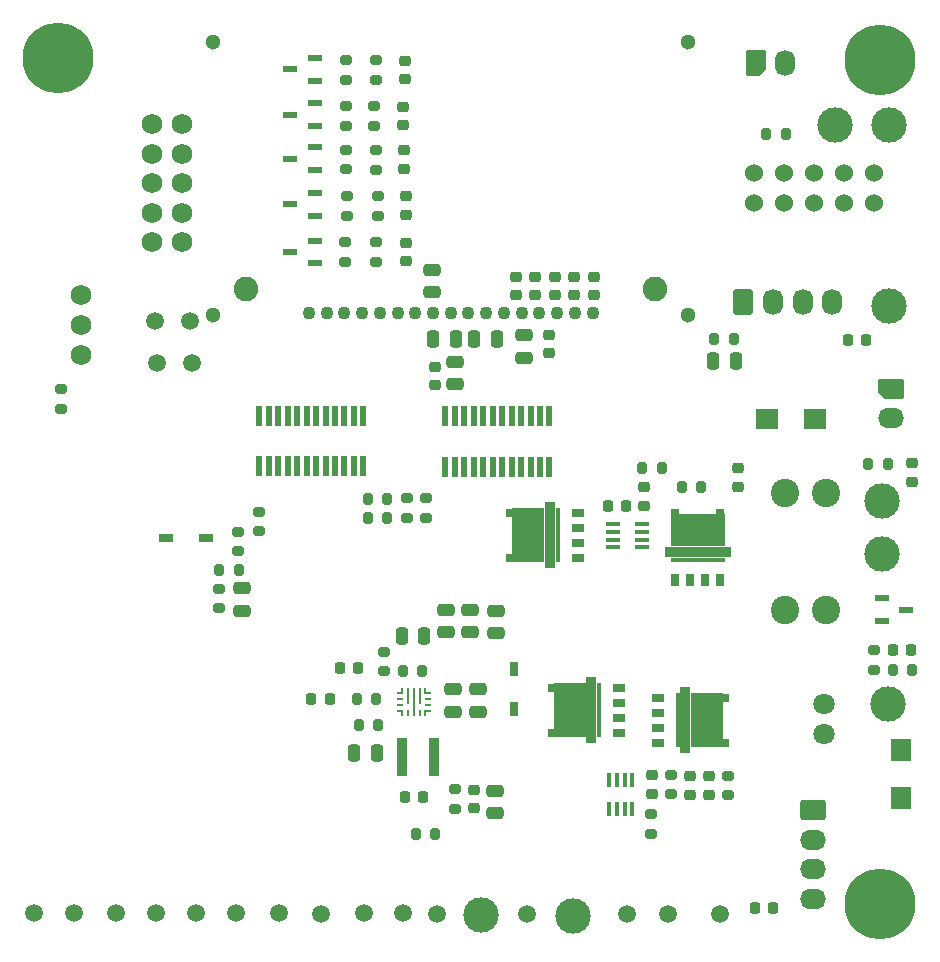
<source format=gbr>
%TF.GenerationSoftware,KiCad,Pcbnew,9.0.4*%
%TF.CreationDate,2026-01-10T18:56:52-06:00*%
%TF.ProjectId,PS-ChargerInterfacePCB,50532d43-6861-4726-9765-72496e746572,rev?*%
%TF.SameCoordinates,Original*%
%TF.FileFunction,Soldermask,Top*%
%TF.FilePolarity,Negative*%
%FSLAX46Y46*%
G04 Gerber Fmt 4.6, Leading zero omitted, Abs format (unit mm)*
G04 Created by KiCad (PCBNEW 9.0.4) date 2026-01-10 18:56:52*
%MOMM*%
%LPD*%
G01*
G04 APERTURE LIST*
G04 Aperture macros list*
%AMRoundRect*
0 Rectangle with rounded corners*
0 $1 Rounding radius*
0 $2 $3 $4 $5 $6 $7 $8 $9 X,Y pos of 4 corners*
0 Add a 4 corners polygon primitive as box body*
4,1,4,$2,$3,$4,$5,$6,$7,$8,$9,$2,$3,0*
0 Add four circle primitives for the rounded corners*
1,1,$1+$1,$2,$3*
1,1,$1+$1,$4,$5*
1,1,$1+$1,$6,$7*
1,1,$1+$1,$8,$9*
0 Add four rect primitives between the rounded corners*
20,1,$1+$1,$2,$3,$4,$5,0*
20,1,$1+$1,$4,$5,$6,$7,0*
20,1,$1+$1,$6,$7,$8,$9,0*
20,1,$1+$1,$8,$9,$2,$3,0*%
%AMFreePoly0*
4,1,22,0.945671,0.830970,1.026777,0.776777,1.080970,0.695671,1.100000,0.600000,1.100000,-0.600000,1.080970,-0.695671,1.026777,-0.776777,0.945671,-0.830970,0.850000,-0.850000,-0.450000,-0.850000,-0.545671,-0.830970,-0.626777,-0.776777,-1.026777,-0.376777,-1.080970,-0.295671,-1.100000,-0.200000,-1.100000,0.600000,-1.080970,0.695671,-1.026777,0.776777,-0.945671,0.830970,-0.850000,0.850000,
0.850000,0.850000,0.945671,0.830970,0.945671,0.830970,$1*%
G04 Aperture macros list end*
%ADD10R,0.750000X1.200000*%
%ADD11R,1.200000X0.750000*%
%ADD12RoundRect,0.200000X0.275000X-0.200000X0.275000X0.200000X-0.275000X0.200000X-0.275000X-0.200000X0*%
%ADD13R,0.550000X1.800000*%
%ADD14RoundRect,0.218750X0.256250X-0.218750X0.256250X0.218750X-0.256250X0.218750X-0.256250X-0.218750X0*%
%ADD15RoundRect,0.200000X-0.275000X0.200000X-0.275000X-0.200000X0.275000X-0.200000X0.275000X0.200000X0*%
%ADD16RoundRect,0.200000X0.200000X0.275000X-0.200000X0.275000X-0.200000X-0.275000X0.200000X-0.275000X0*%
%ADD17C,1.500000*%
%ADD18RoundRect,0.250000X0.475000X-0.250000X0.475000X0.250000X-0.475000X0.250000X-0.475000X-0.250000X0*%
%ADD19R,1.300000X0.600000*%
%ADD20C,3.000000*%
%ADD21C,3.400000*%
%ADD22C,6.000000*%
%ADD23RoundRect,0.225000X-0.225000X-0.250000X0.225000X-0.250000X0.225000X0.250000X-0.225000X0.250000X0*%
%ADD24RoundRect,0.225000X-0.250000X0.225000X-0.250000X-0.225000X0.250000X-0.225000X0.250000X0.225000X0*%
%ADD25C,1.524000*%
%ADD26C,1.800000*%
%ADD27RoundRect,0.225000X0.250000X-0.225000X0.250000X0.225000X-0.250000X0.225000X-0.250000X-0.225000X0*%
%ADD28RoundRect,0.250000X-0.250000X-0.475000X0.250000X-0.475000X0.250000X0.475000X-0.250000X0.475000X0*%
%ADD29RoundRect,0.250000X-0.850000X-0.600000X0.850000X-0.600000X0.850000X0.600000X-0.850000X0.600000X0*%
%ADD30O,2.200000X1.700000*%
%ADD31R,1.200000X0.450000*%
%ADD32RoundRect,0.250000X0.250000X0.475000X-0.250000X0.475000X-0.250000X-0.475000X0.250000X-0.475000X0*%
%ADD33C,1.752600*%
%ADD34C,2.400000*%
%ADD35R,1.000000X0.750000*%
%ADD36R,0.480000X0.750000*%
%ADD37R,2.720000X4.560000*%
%ADD38R,0.910000X5.560000*%
%ADD39R,0.420000X4.560000*%
%ADD40RoundRect,0.200000X-0.200000X-0.275000X0.200000X-0.275000X0.200000X0.275000X-0.200000X0.275000X0*%
%ADD41FreePoly0,90.000000*%
%ADD42O,1.700000X2.200000*%
%ADD43R,0.567408X0.203010*%
%ADD44R,0.203200X0.556120*%
%ADD45R,0.533400X0.254000*%
%ADD46R,0.570166X0.203210*%
%ADD47R,0.203200X0.556130*%
%ADD48R,0.254000X1.346200*%
%ADD49R,0.254000X2.409444*%
%ADD50R,0.203200X0.556132*%
%ADD51R,0.570166X0.203226*%
%ADD52R,0.570166X0.203224*%
%ADD53R,0.254000X0.533400*%
%ADD54FreePoly0,0.000000*%
%ADD55RoundRect,0.218750X0.218750X0.256250X-0.218750X0.256250X-0.218750X-0.256250X0.218750X-0.256250X0*%
%ADD56RoundRect,0.250000X-0.475000X0.250000X-0.475000X-0.250000X0.475000X-0.250000X0.475000X0.250000X0*%
%ADD57R,0.863600X3.251200*%
%ADD58R,1.970000X1.670000*%
%ADD59R,1.670000X1.970000*%
%ADD60RoundRect,0.250000X0.600000X-0.850000X0.600000X0.850000X-0.600000X0.850000X-0.600000X-0.850000X0*%
%ADD61R,0.750000X1.000000*%
%ADD62R,0.750000X0.480000*%
%ADD63R,4.560000X2.720000*%
%ADD64R,5.560000X0.910000*%
%ADD65R,4.560000X0.420000*%
%ADD66R,0.450000X1.200000*%
%ADD67C,1.100000*%
%ADD68C,2.085000*%
%ADD69C,1.300000*%
G04 APERTURE END LIST*
D10*
%TO.C,D11*%
X101400000Y-100300000D03*
X101400000Y-96900000D03*
%TD*%
D11*
%TO.C,D2*%
X75350000Y-85850000D03*
X71950000Y-85850000D03*
%TD*%
D12*
%TO.C,R3*%
X79801000Y-85250000D03*
X79801000Y-83600000D03*
%TD*%
D13*
%TO.C,U1*%
X95623911Y-79830002D03*
X95623910Y-75530061D03*
X96423910Y-79830061D03*
X96423910Y-75530000D03*
X97223910Y-79830061D03*
X97223911Y-75530000D03*
X98023910Y-79830061D03*
X98023909Y-75530000D03*
X98823910Y-79830061D03*
X98823910Y-75530000D03*
X99623910Y-79830061D03*
X99623908Y-75530000D03*
X100423910Y-79830061D03*
X100423909Y-75530000D03*
X101223910Y-79830061D03*
X101223910Y-75530000D03*
X102023909Y-79830002D03*
X102023909Y-75530000D03*
X102823909Y-79830002D03*
X102823909Y-75530000D03*
X103623908Y-79830002D03*
X103623908Y-75530000D03*
X104423909Y-79830002D03*
X104423909Y-75530000D03*
X79869933Y-79780002D03*
X79869933Y-75480000D03*
X80669932Y-79780002D03*
X80669932Y-75480000D03*
X81469933Y-79780002D03*
X81469933Y-75480000D03*
X82269931Y-79780002D03*
X82269931Y-75480000D03*
X83069932Y-79780002D03*
X83069932Y-75480000D03*
X83869930Y-79780002D03*
X83869930Y-75480000D03*
X84669931Y-79780002D03*
X84669931Y-75480000D03*
X85469932Y-79780002D03*
X85469932Y-75480000D03*
X86269931Y-79780002D03*
X86269931Y-75480000D03*
X87069931Y-79780002D03*
X87069931Y-75480000D03*
X87869930Y-79780002D03*
X87869930Y-75480000D03*
X88669931Y-79780002D03*
X88669931Y-75480000D03*
%TD*%
D14*
%TO.C,D7*%
X92100000Y-54600000D03*
X92100000Y-53025000D03*
%TD*%
D15*
%TO.C,R12*%
X78070000Y-85300000D03*
X78070000Y-86950000D03*
%TD*%
D12*
%TO.C,R22*%
X92400000Y-84125000D03*
X92400000Y-82475000D03*
%TD*%
D16*
%TO.C,R9*%
X89750000Y-99478800D03*
X88100000Y-99478800D03*
%TD*%
D12*
%TO.C,R17*%
X87200000Y-54637500D03*
X87200000Y-52987500D03*
%TD*%
D17*
%TO.C,Gate2*%
X71100000Y-117600000D03*
%TD*%
D18*
%TO.C,C26*%
X96444051Y-72841240D03*
X96444051Y-70941240D03*
%TD*%
D19*
%TO.C,Q4*%
X84600000Y-50950000D03*
X84600000Y-49050000D03*
X82500000Y-50000000D03*
%TD*%
D20*
%TO.C,24V_OUT1*%
X132600000Y-87200000D03*
%TD*%
%TO.C,+24V_IN1*%
X132600000Y-82700000D03*
%TD*%
D12*
%TO.C,R35*%
X89900000Y-58550000D03*
X89900000Y-56900000D03*
%TD*%
D21*
%TO.C,H1*%
X62800000Y-45200000D03*
D22*
X62800000Y-45200000D03*
%TD*%
D14*
%TO.C,D5*%
X135100000Y-81100000D03*
X135100000Y-79525000D03*
%TD*%
D23*
%TO.C,C4*%
X84265936Y-99508407D03*
X85815936Y-99508407D03*
%TD*%
D24*
%TO.C,C23*%
X98050000Y-107175000D03*
X98050000Y-108725000D03*
%TD*%
D15*
%TO.C,R20*%
X63100000Y-73250000D03*
X63100000Y-74900000D03*
%TD*%
D25*
%TO.C,Logic_Analyzer1*%
X121750000Y-54900000D03*
X121750000Y-57440000D03*
X124290000Y-54900000D03*
X124290000Y-57440000D03*
X126830000Y-54900000D03*
X126830000Y-57440000D03*
X129370000Y-54900000D03*
X129370000Y-57440000D03*
X131910000Y-54900000D03*
X131910000Y-57440000D03*
%TD*%
D19*
%TO.C,Q13*%
X84560000Y-62572500D03*
X84560000Y-60672500D03*
X82460000Y-61622500D03*
%TD*%
D18*
%TO.C,C12*%
X96300000Y-100550000D03*
X96300000Y-98650000D03*
%TD*%
D26*
%TO.C,Buzzer1*%
X127700000Y-99900000D03*
X127700000Y-102400000D03*
%TD*%
D21*
%TO.C,H2*%
X132400000Y-45400000D03*
D22*
X132400000Y-45400000D03*
%TD*%
D20*
%TO.C,+14V1*%
X133100000Y-99900000D03*
%TD*%
D17*
%TO.C,SW1*%
X88700000Y-117600000D03*
%TD*%
D27*
%TO.C,C27*%
X94710000Y-72875000D03*
X94710000Y-71325000D03*
%TD*%
D28*
%TO.C,C28*%
X98070000Y-68970000D03*
X99970000Y-68970000D03*
%TD*%
D17*
%TO.C,FB1*%
X74500000Y-117600000D03*
%TD*%
D29*
%TO.C,Elcon1*%
X126750707Y-108900000D03*
D30*
X126750707Y-111400000D03*
X126750707Y-113900000D03*
X126750707Y-116400000D03*
%TD*%
D20*
%TO.C,GND1*%
X133200000Y-50900000D03*
%TD*%
%TO.C,+24V1*%
X133150000Y-66200000D03*
%TD*%
D18*
%TO.C,C8*%
X97740000Y-93840000D03*
X97740000Y-91940000D03*
%TD*%
D31*
%TO.C,IC3*%
X112270000Y-86640000D03*
X112270000Y-85990000D03*
X112270000Y-85340000D03*
X112270000Y-84690000D03*
X109770000Y-84690000D03*
X109770000Y-85340000D03*
X109770000Y-85990000D03*
X109770000Y-86640000D03*
%TD*%
D12*
%TO.C,R11*%
X90425000Y-97103800D03*
X90425000Y-95453800D03*
%TD*%
D32*
%TO.C,C6*%
X93825000Y-94150000D03*
X91925000Y-94150000D03*
%TD*%
D33*
%TO.C,Panel_LED801*%
X73300000Y-60800000D03*
X73300000Y-58300000D03*
X73300000Y-55800000D03*
X73300000Y-53300000D03*
X73300000Y-50800000D03*
X70800000Y-60800000D03*
X70800000Y-58300000D03*
X70800000Y-55800000D03*
X70800000Y-53300000D03*
X70800000Y-50800000D03*
%TD*%
D24*
%TO.C,C16*%
X120410000Y-79955000D03*
X120410000Y-81505000D03*
%TD*%
D34*
%TO.C,U2*%
X127800000Y-82030000D03*
X124400000Y-82030000D03*
X127800000Y-91950000D03*
X124400000Y-91950000D03*
%TD*%
D35*
%TO.C,Q1*%
X110308183Y-102347303D03*
X110308183Y-101077303D03*
X110308183Y-99807303D03*
X110308183Y-98537303D03*
D36*
X104548183Y-98537303D03*
X104548183Y-102347303D03*
D37*
X106148183Y-100442303D03*
D38*
X107963183Y-100442303D03*
D39*
X108628183Y-100442303D03*
%TD*%
D24*
%TO.C,C35*%
X108200000Y-63750000D03*
X108200000Y-65300000D03*
%TD*%
D27*
%TO.C,C19*%
X112410000Y-83105000D03*
X112410000Y-81555000D03*
%TD*%
D18*
%TO.C,C9*%
X99890000Y-93890000D03*
X99890000Y-91990000D03*
%TD*%
D40*
%TO.C,R27*%
X122775000Y-51600000D03*
X124425000Y-51600000D03*
%TD*%
D35*
%TO.C,Q2*%
X106800000Y-87510000D03*
X106800000Y-86240000D03*
X106800000Y-84970000D03*
X106800000Y-83700000D03*
D36*
X101040000Y-83700000D03*
X101040000Y-87510000D03*
D37*
X102640000Y-85605000D03*
D38*
X104455000Y-85605000D03*
D39*
X105120000Y-85605000D03*
%TD*%
D17*
%TO.C,VCC1*%
X85100000Y-117650707D03*
%TD*%
%TO.C,OV2*%
X64200000Y-117600000D03*
%TD*%
D18*
%TO.C,C24*%
X102250000Y-70560000D03*
X102250000Y-68660000D03*
%TD*%
D14*
%TO.C,D8*%
X92000000Y-50887500D03*
X92000000Y-49312500D03*
%TD*%
D41*
%TO.C,Estop1*%
X121889886Y-45600000D03*
D42*
X124389886Y-45600000D03*
%TD*%
D17*
%TO.C,TP_FETConn1*%
X111000000Y-117650000D03*
%TD*%
D33*
%TO.C,EVSE1*%
X64780000Y-70310000D03*
X64780000Y-67810000D03*
X64780000Y-65310000D03*
%TD*%
D17*
%TO.C,TP_FETConn2*%
X67700000Y-117600000D03*
%TD*%
D19*
%TO.C,Q5*%
X84600000Y-58550000D03*
X84600000Y-56650000D03*
X82500000Y-57600000D03*
%TD*%
D17*
%TO.C,COMP1*%
X77900000Y-117600000D03*
%TD*%
D14*
%TO.C,D9*%
X92300000Y-58500000D03*
X92300000Y-56925000D03*
%TD*%
D24*
%TO.C,C11*%
X113100000Y-105944000D03*
X113100000Y-107494000D03*
%TD*%
D17*
%TO.C,Vcap1*%
X114449552Y-117650000D03*
%TD*%
D24*
%TO.C,C31*%
X101625000Y-63760000D03*
X101625000Y-65310000D03*
%TD*%
D43*
%TO.C,IC1*%
X94107104Y-100502245D03*
D44*
X93925000Y-100678800D03*
D45*
X94115500Y-100002214D03*
X94115500Y-99502088D03*
D46*
X94108483Y-98988305D03*
D47*
X93925000Y-98811845D03*
D48*
X93428176Y-99206889D03*
D49*
X92928050Y-99752151D03*
D48*
X92427924Y-99206889D03*
D50*
X91942530Y-98811844D03*
D51*
X91759047Y-98988297D03*
D45*
X91740600Y-99502088D03*
X91740600Y-100002214D03*
D50*
X91927798Y-100678793D03*
D52*
X91744315Y-100502269D03*
D53*
X92427924Y-100690173D03*
X93428176Y-100690173D03*
%TD*%
D15*
%TO.C,R25*%
X94000000Y-82475000D03*
X94000000Y-84125000D03*
%TD*%
D16*
%TO.C,R31*%
X133075000Y-79552500D03*
X131425000Y-79552500D03*
%TD*%
D18*
%TO.C,C22*%
X98400000Y-100550000D03*
X98400000Y-98650000D03*
%TD*%
D12*
%TO.C,R26*%
X119510000Y-107625000D03*
X119510000Y-105975000D03*
%TD*%
D54*
%TO.C,J9*%
X133331522Y-73194397D03*
D30*
X133331522Y-75694397D03*
%TD*%
D12*
%TO.C,R36*%
X89700000Y-62437500D03*
X89700000Y-60787500D03*
%TD*%
D20*
%TO.C,+14V2*%
X98650000Y-117750000D03*
%TD*%
D16*
%TO.C,R2*%
X113925000Y-79900000D03*
X112275000Y-79900000D03*
%TD*%
D17*
%TO.C,ILIM1*%
X81500000Y-117600000D03*
%TD*%
D55*
%TO.C,D4*%
X135067500Y-95360000D03*
X133492500Y-95360000D03*
%TD*%
D56*
%TO.C,C1*%
X99850000Y-107250000D03*
X99850000Y-109150000D03*
%TD*%
D19*
%TO.C,Q7*%
X84600000Y-47125000D03*
X84600000Y-45225000D03*
X82500000Y-46175000D03*
%TD*%
D21*
%TO.C,H3*%
X132400000Y-116800000D03*
D22*
X132400000Y-116800000D03*
%TD*%
D16*
%TO.C,R13*%
X78135000Y-88530000D03*
X76485000Y-88530000D03*
%TD*%
D56*
%TO.C,C30*%
X94500000Y-63150000D03*
X94500000Y-65050000D03*
%TD*%
D12*
%TO.C,R16*%
X87200000Y-50925000D03*
X87200000Y-49275000D03*
%TD*%
%TO.C,R18*%
X87300000Y-58550000D03*
X87300000Y-56900000D03*
%TD*%
D23*
%TO.C,C3*%
X86675000Y-96875000D03*
X88225000Y-96875000D03*
%TD*%
D17*
%TO.C,EN/UVLO1*%
X94900000Y-117650000D03*
%TD*%
D15*
%TO.C,R4*%
X114700000Y-105875000D03*
X114700000Y-107525000D03*
%TD*%
D23*
%TO.C,C5*%
X92175000Y-107800000D03*
X93725000Y-107800000D03*
%TD*%
D17*
%TO.C,Gate1*%
X102550000Y-117650000D03*
%TD*%
D16*
%TO.C,R1*%
X117295000Y-81560000D03*
X115645000Y-81560000D03*
%TD*%
D12*
%TO.C,R19*%
X87100000Y-62437500D03*
X87100000Y-60787500D03*
%TD*%
D16*
%TO.C,R28*%
X120025000Y-69000000D03*
X118375000Y-69000000D03*
%TD*%
D55*
%TO.C,D3*%
X131237500Y-69100000D03*
X129662500Y-69100000D03*
%TD*%
D17*
%TO.C,BOOT1*%
X92000000Y-117600000D03*
%TD*%
D23*
%TO.C,C17*%
X109345000Y-83120000D03*
X110895000Y-83120000D03*
%TD*%
D20*
%TO.C,+3V3*%
X128600000Y-50900000D03*
%TD*%
D16*
%TO.C,R24*%
X90670000Y-82535000D03*
X89020000Y-82535000D03*
%TD*%
D14*
%TO.C,D10*%
X92300000Y-62400000D03*
X92300000Y-60825000D03*
%TD*%
D28*
%TO.C,C2*%
X87900000Y-104025000D03*
X89800000Y-104025000D03*
%TD*%
D57*
%TO.C,L1*%
X94646200Y-104400000D03*
X91953800Y-104400000D03*
%TD*%
D35*
%TO.C,Q10*%
X113592358Y-99381053D03*
X113592358Y-100651053D03*
X113592358Y-101921053D03*
X113592358Y-103191053D03*
D36*
X119352358Y-103191053D03*
X119352358Y-99381053D03*
D37*
X117752358Y-101286053D03*
D38*
X115937358Y-101286053D03*
D39*
X115272358Y-101286053D03*
%TD*%
D20*
%TO.C,RPP_EN1*%
X106450000Y-117825000D03*
%TD*%
D32*
%TO.C,C29*%
X96502520Y-68970225D03*
X94602520Y-68970225D03*
%TD*%
D17*
%TO.C,Vcap2*%
X60800000Y-117600000D03*
%TD*%
D14*
%TO.C,D6*%
X92200000Y-47000000D03*
X92200000Y-45425000D03*
%TD*%
D16*
%TO.C,R7*%
X94750000Y-110925000D03*
X93100000Y-110925000D03*
%TD*%
D12*
%TO.C,R5*%
X113050000Y-110875000D03*
X113050000Y-109225000D03*
%TD*%
D17*
%TO.C,TP3*%
X74200000Y-71000000D03*
%TD*%
D19*
%TO.C,Q6*%
X84600000Y-54675000D03*
X84600000Y-52775000D03*
X82500000Y-53725000D03*
%TD*%
D15*
%TO.C,R21*%
X76480000Y-90125000D03*
X76480000Y-91775000D03*
%TD*%
D27*
%TO.C,C10*%
X117900000Y-107575000D03*
X117900000Y-106025000D03*
%TD*%
D58*
%TO.C,Z3*%
X122845240Y-75725201D03*
X126895240Y-75725201D03*
%TD*%
D15*
%TO.C,R6*%
X96450000Y-107125000D03*
X96450000Y-108775000D03*
%TD*%
D24*
%TO.C,C14*%
X116300000Y-106025000D03*
X116300000Y-107575000D03*
%TD*%
D59*
%TO.C,Z2*%
X134200000Y-107825000D03*
X134200000Y-103775000D03*
%TD*%
D17*
%TO.C,OV1*%
X118900000Y-117650000D03*
%TD*%
D16*
%TO.C,R10*%
X93650000Y-97078800D03*
X92000000Y-97078800D03*
%TD*%
D12*
%TO.C,R15*%
X87200000Y-47050000D03*
X87200000Y-45400000D03*
%TD*%
D17*
%TO.C,TP2*%
X71200000Y-71000000D03*
%TD*%
D24*
%TO.C,C32*%
X103200000Y-63735000D03*
X103200000Y-65285000D03*
%TD*%
D60*
%TO.C,Elcon2*%
X120850000Y-65870000D03*
D42*
X123350000Y-65870000D03*
X125850000Y-65870000D03*
X128350000Y-65870000D03*
%TD*%
D12*
%TO.C,R34*%
X89600000Y-50925000D03*
X89600000Y-49275000D03*
%TD*%
D56*
%TO.C,C13*%
X78400000Y-90100000D03*
X78400000Y-92000000D03*
%TD*%
D27*
%TO.C,C25*%
X104400000Y-70175000D03*
X104400000Y-68625000D03*
%TD*%
D61*
%TO.C,Q11*%
X115090000Y-89360000D03*
X116360000Y-89360000D03*
X117630000Y-89360000D03*
X118900000Y-89360000D03*
D62*
X118900000Y-83600000D03*
X115090000Y-83600000D03*
D63*
X116995000Y-85200000D03*
D64*
X116995000Y-87015000D03*
D65*
X116995000Y-87680000D03*
%TD*%
D24*
%TO.C,C34*%
X106500000Y-63725000D03*
X106500000Y-65275000D03*
%TD*%
D55*
%TO.C,D1*%
X123387500Y-117200000D03*
X121812500Y-117200000D03*
%TD*%
D40*
%TO.C,R30*%
X133475000Y-97000000D03*
X135125000Y-97000000D03*
%TD*%
D18*
%TO.C,C7*%
X95665000Y-93840000D03*
X95665000Y-91940000D03*
%TD*%
D66*
%TO.C,IC2*%
X109500000Y-108800000D03*
X110150000Y-108800000D03*
X110800000Y-108800000D03*
X111450000Y-108800000D03*
X111450000Y-106300000D03*
X110800000Y-106300000D03*
X110150000Y-106300000D03*
X109500000Y-106300000D03*
%TD*%
D24*
%TO.C,C33*%
X104875000Y-63710000D03*
X104875000Y-65260000D03*
%TD*%
D17*
%TO.C,TP4*%
X74000000Y-67500000D03*
%TD*%
D16*
%TO.C,R8*%
X89950000Y-101678800D03*
X88300000Y-101678800D03*
%TD*%
D12*
%TO.C,R14*%
X131930000Y-97010000D03*
X131930000Y-95360000D03*
%TD*%
%TO.C,R33*%
X89700000Y-54650000D03*
X89700000Y-53000000D03*
%TD*%
%TO.C,R32*%
X89700000Y-47050000D03*
X89700000Y-45400000D03*
%TD*%
D28*
%TO.C,C18*%
X118300000Y-70825000D03*
X120200000Y-70825000D03*
%TD*%
D19*
%TO.C,Q8*%
X132550000Y-90950000D03*
X132550000Y-92850000D03*
X134650000Y-91900000D03*
%TD*%
D17*
%TO.C,TP1*%
X71050000Y-67450000D03*
%TD*%
D16*
%TO.C,R23*%
X90700000Y-84175000D03*
X89050000Y-84175000D03*
%TD*%
D67*
%TO.C,DS1*%
X108070000Y-66770000D03*
X106570000Y-66770000D03*
X105070000Y-66770000D03*
X103570000Y-66770000D03*
X102070000Y-66770000D03*
X100570000Y-66770000D03*
X99070000Y-66770000D03*
X97570000Y-66770000D03*
X96070000Y-66770000D03*
X94570000Y-66770000D03*
X93070000Y-66770000D03*
X91570000Y-66770000D03*
X90070000Y-66770000D03*
X88570000Y-66770000D03*
X87070000Y-66770000D03*
X85570000Y-66770000D03*
X84070000Y-66770000D03*
D68*
X113370000Y-64730000D03*
X78770000Y-64730000D03*
D69*
X116170000Y-66920000D03*
X75970000Y-66920000D03*
X75970000Y-43820000D03*
X116170000Y-43820000D03*
%TD*%
M02*

</source>
